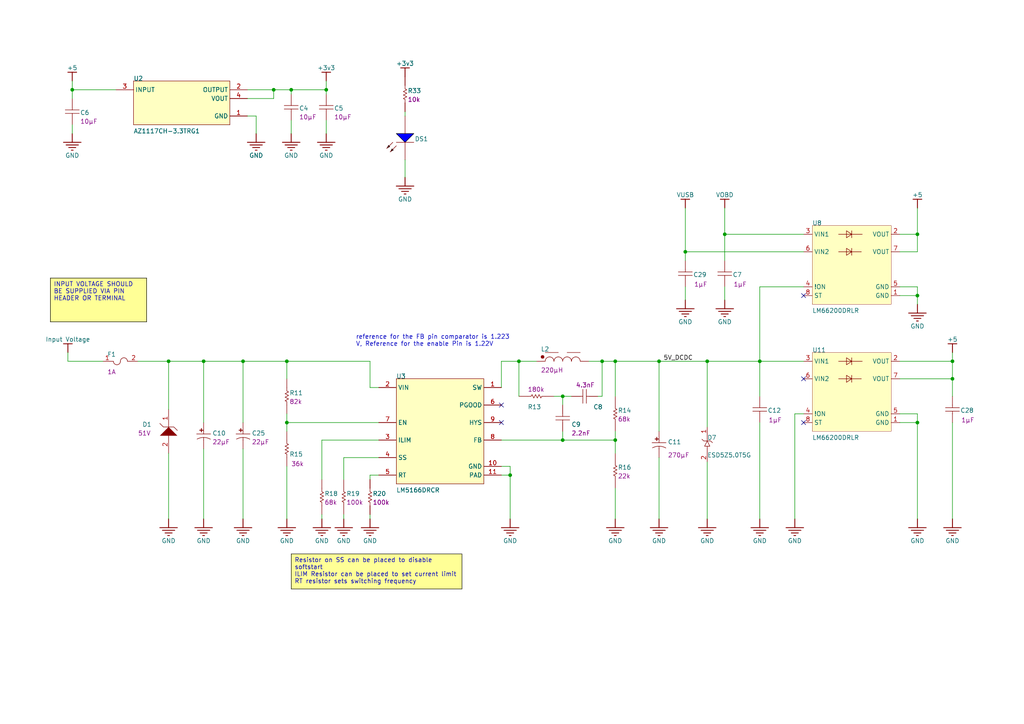
<source format=kicad_sch>
(kicad_sch (version 20250114) (generator "eeschema") (generator_version "9.0")
  (paper "User" 297.002 210.007)
  (title_block (title "ARDEP Power Management"))
  (text_box "Resistor on SS can be placed to disable softstart\nILIM Resistor can be placed to set current limit\nRT resistor sets switching frequency" (at 133.985 160.655 0) (size -49.53 10.16) (margins 0.9525 0.9525 0.9525 0.9525) (stroke (width 0) (color 0 0 0 1)) (fill (type color) (color 255 255 150 1)) (effects (font (size 1.27 1.27)) (justify left top)))
  (text_box "reference for the FB pin comparator is 1.223 V, Reference for the enable Pin is 1.22V" (at 150.495 95.885 0) (size -48.26 7.62) (margins 0.9525 0.9525 0.9525 0.9525) (stroke (width -0.0001) (color 0 0 0 1)) (fill (type color) (color 255 255 255 1)) (effects (font (size 1.27 1.27)) (justify left top)))
  (text_box "INPUT VOLTAGE SHOULD BE SUPPLIED VIA PIN HEADER OR TERMINAL" (at 42.545 80.645 0) (size -27.94 12.7) (margins 0.9525 0.9525 0.9525 0.9525) (stroke (width 0) (color 0 0 0 1)) (fill (type color) (color 255 255 150 1)) (effects (font (size 1.27 1.27)) (justify left top)))
  (junction (at 163.195 114.935))
  (junction (at 178.435 127.635))
  (junction (at 198.755 73.025))
  (junction (at 150.495 104.775))
  (junction (at 266.065 67.945))
  (junction (at 191.135 104.775))
  (junction (at 59.055 104.775))
  (junction (at 84.455 26.035))
  (junction (at 163.195 127.635))
  (junction (at 220.345 104.775))
  (junction (at 83.185 104.775))
  (junction (at 174.625 104.775))
  (junction (at 276.225 104.775))
  (junction (at 205.105 104.775))
  (junction (at 210.185 67.945))
  (junction (at 266.065 122.555))
  (junction (at 266.065 85.725))
  (junction (at 147.955 137.795))
  (junction (at 48.895 104.775))
  (junction (at 276.225 109.855))
  (junction (at 83.185 122.555))
  (junction (at 94.615 26.035))
  (junction (at 178.435 104.775))
  (junction (at 20.955 26.035))
  (junction (at 79.375 26.035))
  (junction (at 70.485 104.775))
  (no_connect (at 233.045 122.555))
  (no_connect (at 145.415 117.475))
  (no_connect (at 233.045 109.855))
  (no_connect (at 145.415 122.555))
  (no_connect (at 233.045 85.725))
  (wire (pts (xy 260.985 85.725) (xy 266.065 85.725)))
  (wire (pts (xy 19.685 102.235) (xy 19.685 104.775)))
  (wire (pts (xy 233.045 83.185) (xy 220.345 83.185)))
  (wire (pts (xy 276.225 109.855) (xy 276.225 104.775)))
  (wire (pts (xy 178.435 141.605) (xy 178.435 150.495)))
  (wire (pts (xy 83.185 120.015) (xy 83.185 122.555)))
  (wire (pts (xy 276.225 150.495) (xy 276.225 122.555)))
  (wire (pts (xy 19.685 104.775) (xy 29.845 104.775)))
  (wire (pts (xy 83.185 104.775) (xy 107.315 104.775)))
  (wire (pts (xy 163.195 127.635) (xy 145.415 127.635)))
  (wire (pts (xy 145.415 135.255) (xy 147.955 135.255)))
  (wire (pts (xy 260.985 83.185) (xy 266.065 83.185)))
  (wire (pts (xy 178.435 127.635) (xy 178.435 131.445)))
  (wire (pts (xy 94.615 27.305) (xy 94.615 26.035)))
  (wire (pts (xy 163.195 114.935) (xy 163.195 117.475)))
  (wire (pts (xy 260.985 120.015) (xy 266.065 120.015)))
  (wire (pts (xy 205.105 123.825) (xy 205.105 104.775)))
  (wire (pts (xy 79.375 26.035) (xy 84.455 26.035)))
  (wire (pts (xy 71.755 28.575) (xy 79.375 28.575)))
  (wire (pts (xy 276.225 109.855) (xy 276.225 114.935)))
  (wire (pts (xy 163.195 114.935) (xy 165.735 114.935)))
  (wire (pts (xy 266.065 60.325) (xy 266.065 67.945)))
  (wire (pts (xy 84.455 38.735) (xy 84.455 34.925)))
  (wire (pts (xy 210.185 75.565) (xy 210.185 67.945)))
  (wire (pts (xy 266.065 73.025) (xy 266.065 67.945)))
  (wire (pts (xy 20.955 26.035) (xy 20.955 28.575)))
  (wire (pts (xy 150.495 104.775) (xy 145.415 104.775)))
  (wire (pts (xy 83.185 122.555) (xy 109.855 122.555)))
  (wire (pts (xy 266.065 83.185) (xy 266.065 85.725)))
  (wire (pts (xy 107.315 137.795) (xy 107.315 139.065)))
  (wire (pts (xy 174.625 114.935) (xy 174.625 104.775)))
  (wire (pts (xy 83.185 122.555) (xy 83.185 125.095)))
  (wire (pts (xy 205.105 104.775) (xy 191.135 104.775)))
  (wire (pts (xy 150.495 114.935) (xy 150.495 104.775)))
  (wire (pts (xy 145.415 104.775) (xy 145.415 112.395)))
  (wire (pts (xy 210.185 67.945) (xy 233.045 67.945)))
  (wire (pts (xy 93.345 127.635) (xy 109.855 127.635)))
  (wire (pts (xy 147.955 137.795) (xy 147.955 150.495)))
  (wire (pts (xy 174.625 104.775) (xy 170.815 104.775)))
  (wire (pts (xy 71.755 26.035) (xy 79.375 26.035)))
  (wire (pts (xy 178.435 125.095) (xy 178.435 127.635)))
  (wire (pts (xy 191.135 104.775) (xy 191.135 125.095)))
  (wire (pts (xy 260.985 73.025) (xy 266.065 73.025)))
  (wire (pts (xy 84.455 26.035) (xy 94.615 26.035)))
  (wire (pts (xy 198.755 86.995) (xy 198.755 83.185)))
  (wire (pts (xy 276.225 104.775) (xy 276.225 102.235)))
  (wire (pts (xy 107.315 104.775) (xy 107.315 112.395)))
  (wire (pts (xy 20.955 26.035) (xy 33.655 26.035)))
  (wire (pts (xy 205.105 133.985) (xy 205.105 150.495)))
  (wire (pts (xy 220.345 122.555) (xy 220.345 150.495)))
  (wire (pts (xy 191.135 132.715) (xy 191.135 150.495)))
  (wire (pts (xy 74.295 38.735) (xy 74.295 33.655)))
  (wire (pts (xy 160.655 114.935) (xy 163.195 114.935)))
  (wire (pts (xy 266.065 122.555) (xy 266.065 150.495)))
  (wire (pts (xy 266.065 85.725) (xy 266.065 88.265)))
  (wire (pts (xy 191.135 104.775) (xy 178.435 104.775)))
  (wire (pts (xy 198.755 60.325) (xy 198.755 73.025)))
  (wire (pts (xy 147.955 137.795) (xy 145.415 137.795)))
  (wire (pts (xy 266.065 67.945) (xy 260.985 67.945)))
  (wire (pts (xy 94.615 34.925) (xy 94.615 38.735)))
  (wire (pts (xy 48.895 118.745) (xy 48.895 104.775)))
  (wire (pts (xy 178.435 127.635) (xy 163.195 127.635)))
  (wire (pts (xy 260.985 122.555) (xy 266.065 122.555)))
  (wire (pts (xy 59.055 104.775) (xy 59.055 122.555)))
  (wire (pts (xy 198.755 75.565) (xy 198.755 73.025)))
  (wire (pts (xy 155.575 104.775) (xy 150.495 104.775)))
  (wire (pts (xy 205.105 104.775) (xy 220.345 104.775)))
  (wire (pts (xy 48.895 150.495) (xy 48.895 131.445)))
  (wire (pts (xy 109.855 137.795) (xy 107.315 137.795)))
  (wire (pts (xy 70.485 122.555) (xy 70.485 104.775)))
  (wire (pts (xy 260.985 109.855) (xy 276.225 109.855)))
  (wire (pts (xy 210.185 86.995) (xy 210.185 83.185)))
  (wire (pts (xy 20.955 36.195) (xy 20.955 38.735)))
  (wire (pts (xy 70.485 104.775) (xy 83.185 104.775)))
  (wire (pts (xy 20.955 23.495) (xy 20.955 26.035)))
  (wire (pts (xy 178.435 104.775) (xy 174.625 104.775)))
  (wire (pts (xy 178.435 114.935) (xy 178.435 104.775)))
  (wire (pts (xy 74.295 33.655) (xy 71.755 33.655)))
  (wire (pts (xy 230.505 120.015) (xy 230.505 150.495)))
  (wire (pts (xy 99.695 150.495) (xy 99.695 149.225)))
  (wire (pts (xy 84.455 27.305) (xy 84.455 26.035)))
  (wire (pts (xy 198.755 73.025) (xy 233.045 73.025)))
  (wire (pts (xy 260.985 104.775) (xy 276.225 104.775)))
  (wire (pts (xy 266.065 120.015) (xy 266.065 122.555)))
  (wire (pts (xy 117.475 51.435) (xy 117.475 46.355)))
  (wire (pts (xy 117.475 32.385) (xy 117.475 33.655)))
  (wire (pts (xy 220.345 104.775) (xy 220.345 114.935)))
  (wire (pts (xy 233.045 120.015) (xy 230.505 120.015)))
  (wire (pts (xy 79.375 28.575) (xy 79.375 26.035)))
  (wire (pts (xy 83.185 135.255) (xy 83.185 150.495)))
  (wire (pts (xy 210.185 67.945) (xy 210.185 60.325)))
  (wire (pts (xy 48.895 104.775) (xy 59.055 104.775)))
  (wire (pts (xy 59.055 104.775) (xy 70.485 104.775)))
  (wire (pts (xy 59.055 130.175) (xy 59.055 150.495)))
  (wire (pts (xy 93.345 139.065) (xy 93.345 127.635)))
  (wire (pts (xy 99.695 132.715) (xy 99.695 139.065)))
  (wire (pts (xy 109.855 132.715) (xy 99.695 132.715)))
  (wire (pts (xy 40.005 104.775) (xy 48.895 104.775)))
  (wire (pts (xy 93.345 150.495) (xy 93.345 149.225)))
  (wire (pts (xy 147.955 135.255) (xy 147.955 137.795)))
  (wire (pts (xy 94.615 26.035) (xy 94.615 23.495)))
  (wire (pts (xy 220.345 104.775) (xy 233.045 104.775)))
  (wire (pts (xy 173.355 114.935) (xy 174.625 114.935)))
  (wire (pts (xy 107.315 112.395) (xy 109.855 112.395)))
  (wire (pts (xy 107.315 150.495) (xy 107.315 149.225)))
  (wire (pts (xy 220.345 83.185) (xy 220.345 104.775)))
  (wire (pts (xy 83.185 104.775) (xy 83.185 109.855)))
  (wire (pts (xy 163.195 125.095) (xy 163.195 127.635)))
  (wire (pts (xy 70.485 150.495) (xy 70.485 130.175)))
  (label "5V_DCDC" (at 192.405 104.775 0))
  (symbol (lib_id "ARDEP2_Mainboard:GND_POWER_GROUND") (at 276.225 150.495 0) (unit 1)
    (property "Reference" "#PWR086" (effects (hide yes)))
    (property "Value" "GND" (at 276.225 156.845 0))
  )
  (symbol (lib_id "ARDEP2_Mainboard:VOBD_BAR") (at 210.185 60.325 180) (unit 1)
    (property "Reference" "#PWR064" (effects (hide yes)))
    (property "Value" "VOBD" (at 210.185 56.515 0))
  )
  (symbol (lib_id "ARDEP2_Mainboard:+3v3_BAR") (at 94.615 23.495 180) (unit 1)
    (property "Reference" "#PWR052" (effects (hide yes)))
    (property "Value" "+3v3" (at 94.615 19.685 0))
  )
  (symbol (lib_name "U_Power_1_Resistor_Frickly Systems GmbH_3") (lib_id "ARDEP2_Mainboard:U_Power_1_Resistor_Frickly Systems GmbH_3") (at 107.315 146.685 0) (unit 1)
    (property "Reference" "R20" (at 108.077 143.891 0) (effects (justify left bottom)))
    (property "Value" "Resistor 100k +/-1% 0603 100 mW" (effects (hide yes)))
    (property "Footprint" "R_0603_JB" (effects (hide yes)))
    (property "Description" "Chip Resistor, 100 KOhm, +/- 1%, 0.1 W, -55 to 155 degC, 0603 (1608 Metric)" (effects (hide yes)))
    (property "ALTIUM_VALUE" "100k" (at 108.077 146.431 0) (effects (justify left bottom)))
    (property "POWER" "100mW" (effects (hide yes)))
    (property "TOLERANCE" "1%" (effects (hide yes)))
    (property "CASE/PACKAGE" "0603" (effects (hide yes)))
    (property "MOUNTING TECHNOLOGY" "SM" (effects (hide yes)))
    (property "VOLTAGE RATING" "50V" (effects (hide yes)))
    (property "PINS" "2" (effects (hide yes)))
    (property "ROHS COMPLIANT" "True" (effects (hide yes)))
    (property "MIN OPERATING TEMPERATURE" "-55°C" (effects (hide yes)))
    (property "MAX OPERATING TEMPERATURE" "155°C" (effects (hide yes)))
  )
  (symbol (lib_id "ARDEP2_Mainboard:+5_BAR") (at 276.225 102.235 180) (unit 1)
    (property "Reference" "#PWR085" (effects (hide yes)))
    (property "Value" "+5" (at 276.225 98.425 0))
  )
  (symbol (lib_id "ARDEP2_Mainboard:GND_POWER_GROUND") (at 84.455 38.735 0) (unit 1)
    (property "Reference" "#PWR050" (effects (hide yes)))
    (property "Value" "GND" (at 84.455 45.085 0))
  )
  (symbol (lib_id "ARDEP2_Mainboard:U_Power_0_Cap_JB_Frickly Systems GmbH") (at 165.735 114.935 0) (unit 1)
    (property "Reference" "C8" (at 172.085 118.745 0) (effects (justify left bottom)))
    (property "Value" "GRM1885C1H432JA01D" (effects (hide yes)))
    (property "Footprint" "Cap_0603_JB" (effects (hide yes)))
    (property "Description" "Cap 0603 4.3nF 10% 50V C0G, NP0" (effects (hide yes)))
    (property "MOUNTING TECHNOLOGY" "Surface Mount" (effects (hide yes)))
    (property "CASE/PACKAGE" "0603" (effects (hide yes)))
    (property "ROHS COMPLIANT" "Yes" (effects (hide yes)))
    (property "MIN OPERATING TEMPERATURE" "-55°C" (effects (hide yes)))
    (property "MAX OPERATING TEMPERATURE" "125°C" (effects (hide yes)))
    (property "VOLTAGE RATING" "50V" (effects (hide yes)))
    (property "TOLERANCE" "10%" (effects (hide yes)))
    (property "ALTIUM_VALUE" "4.3nF" (at 167.005 112.395 0) (effects (justify left bottom)))
  )
  (symbol (lib_id "ARDEP2_Mainboard:+5_BAR") (at 266.065 60.325 180) (unit 1)
    (property "Reference" "#PWR082" (effects (hide yes)))
    (property "Value" "+5" (at 266.065 56.515 0))
  )
  (symbol (lib_id "ARDEP2_Mainboard:GND_POWER_GROUND") (at 70.485 150.495 0) (unit 1)
    (property "Reference" "#PWR047" (effects (hide yes)))
    (property "Value" "GND" (at 70.485 156.845 0))
  )
  (symbol (lib_id "ARDEP2_Mainboard:U_Power_1_Capacitor_Frickly Systems GmbH") (at 163.195 125.095 0) (unit 1)
    (property "Reference" "C9" (at 165.735 123.825 0) (effects (justify left bottom)))
    (property "Value" "C-2.2nF-5%-100V-0603-C0G" (effects (hide yes)))
    (property "Footprint" "C_0603_JB" (effects (hide yes)))
    (property "Description" "Chip Capacitor, Multilayer, Ceramic, 100V, 5% +Tol, 5% -Tol, C0G, 30ppm/degC TC, 0.0022uF, Surface Mount, 0603" (effects (hide yes)))
    (property "CASE/PACKAGE" "0603" (effects (hide yes)))
    (property "MIN OPERATING TEMPERATURE" "-55°C" (effects (hide yes)))
    (property "MAX OPERATING TEMPERATURE" "125°C" (effects (hide yes)))
    (property "TOLERANCE" "5%" (effects (hide yes)))
    (property "RATED DC VOLTAGE (URDC)" "100V" (effects (hide yes)))
    (property "CAPACITANCE" "2.2nF" (at 165.735 126.365 0) (effects (justify left bottom)))
    (property "DIELECTRIC MATERIAL" "Ceramic" (effects (hide yes)))
    (property "TEMPERATURE CHARACTERISTICS CODE" "C0G" (effects (hide yes)))
    (property "MOUNT" "Surface Mount" (effects (hide yes)))
  )
  (symbol (lib_id "ARDEP2_Mainboard:GND_POWER_GROUND") (at 178.435 150.495 0) (unit 1)
    (property "Reference" "#PWR059" (effects (hide yes)))
    (property "Value" "GND" (at 178.435 156.845 0))
  )
  (symbol (lib_name "U_Power_1_RES-2_Frickly Systems GmbH_1") (lib_id "ARDEP2_Mainboard:U_Power_1_RES-2_Frickly Systems GmbH_1") (at 178.435 139.065 0) (unit 1)
    (property "Reference" "R16" (at 179.197 136.271 0) (effects (justify left bottom)))
    (property "Value" "Resistor 22k +/-1% 0603 100mW" (effects (hide yes)))
    (property "Footprint" "R_0603_JB" (effects (hide yes)))
    (property "Description" "Chip Resistor, 22 KOhm, +/-1%, 0.1 W, -55 to 155 degC, 0603 (1608 Metric)" (effects (hide yes)))
    (property "MIN OPERATING TEMPERATURE" "-55°C" (effects (hide yes)))
    (property "PINS" "2" (effects (hide yes)))
    (property "CASE/PACKAGE" "0603" (effects (hide yes)))
    (property "VOLTAGE RATING" "75V" (effects (hide yes)))
    (property "POWER" "100mW" (effects (hide yes)))
    (property "MOUNTING TECHNOLOGY" "SMD" (effects (hide yes)))
    (property "ALTIUM_VALUE" "22k" (at 179.197 138.811 0) (effects (justify left bottom)))
    (property "MAX OPERATING TEMPERATURE" "155°C" (effects (hide yes)))
    (property "ROHS COMPLIANT" "Yes" (effects (hide yes)))
    (property "TOLERANCE" "1%" (effects (hide yes)))
  )
  (symbol (lib_id "ARDEP2_Mainboard:U_Power_0_Inductor - 2_Frickly Systems GmbH") (at 155.575 104.775 0) (unit 1)
    (property "Reference" "L2" (at 156.845 101.981 0) (effects (justify left bottom)))
    (property "Value" "74404064221" (effects (hide yes)))
    (property "Footprint" "WE-LQS_6045" (effects (hide yes)))
    (property "Description" "General Purpose Inductor, 220uH, 20%, 1 Element, SMD, 2424" (effects (hide yes)))
    (property "SATURATION CURRENT" "750mA" (effects (hide yes)))
    (property "MAX OPERATING TEMPERATURE" "125°C" (effects (hide yes)))
    (property "SELF RESONANT FREQUENCY" "3.97MHz" (effects (hide yes)))
    (property "PINS" "2" (effects (hide yes)))
    (property "MIN OPERATING TEMPERATURE" "-40°C" (effects (hide yes)))
    (property "ROHS COMPLIANT" "Yes" (effects (hide yes)))
    (property "ALTIUM_VALUE" "220µH" (at 156.845 108.077 0) (effects (justify left bottom)))
    (property "CURRENT" "660mA" (effects (hide yes)))
    (property "MOUNTING TECHNOLOGY" "SMD" (effects (hide yes)))
    (property "TOLERANCE" "20%" (effects (hide yes)))
  )
  (symbol (lib_id "ARDEP2_Mainboard:GND_POWER_GROUND") (at 94.615 38.735 0) (unit 1)
    (property "Reference" "#PWR053" (effects (hide yes)))
    (property "Value" "GND" (at 94.615 45.085 0))
  )
  (symbol (lib_id "ARDEP2_Mainboard:GND_POWER_GROUND") (at 83.185 150.495 0) (unit 1)
    (property "Reference" "#PWR049" (effects (hide yes)))
    (property "Value" "GND" (at 83.185 156.845 0))
  )
  (symbol (lib_id "ARDEP2_Mainboard:U_Power_1_Res_JB_Frickly Systems GmbH") (at 83.185 132.715 0) (unit 1)
    (property "Reference" "R15" (at 83.947 132.461 0) (effects (justify left bottom)))
    (property "Value" "RMCF0603FT36K0" (effects (hide yes)))
    (property "Footprint" "Res_0603_JB" (effects (hide yes)))
    (property "Description" "Res 36K Ohm 1% 1/10W 0603" (effects (hide yes)))
    (property "MOUNTING TECHNOLOGY" "SMD" (effects (hide yes)))
    (property "CASE/PACKAGE" "0603" (effects (hide yes)))
    (property "TOLERANCE" "1%" (effects (hide yes)))
    (property "POWER" "100mW" (effects (hide yes)))
    (property "ALTIUM_VALUE" "36k" (at 84.455 135.255 0) (effects (justify left bottom)))
  )
  (symbol (lib_id "ARDEP2_Mainboard:GND_POWER_GROUND") (at 74.295 38.735 0) (unit 1)
    (property "Reference" "#PWR048" (effects (hide yes)))
    (property "Value" "GND" (at 74.295 45.085 0))
  )
  (symbol (lib_name "U_Power_3_Capacitor_Polarized_Frickly Systems GmbH_2") (lib_id "ARDEP2_Mainboard:U_Power_3_Capacitor_Polarized_Frickly Systems GmbH_2") (at 59.055 122.555 0) (unit 1)
    (property "Reference" "C10" (at 61.595 126.365 0) (effects (justify left bottom)))
    (property "Value" "C-22uF-63V-6.3mm-ALELKO" (effects (hide yes)))
    (property "Footprint" "WCAP-ASLL_D6.3H7.7" (effects (hide yes)))
    (property "Description" "WCAP-ASLL Aluminum Electrolytic Capacitors" (effects (hide yes)))
    (property "PINS" "2" (effects (hide yes)))
    (property "CAPACITOR TYPE" "Aluminum Electrolytic" (effects (hide yes)))
    (property "MOUNTING TECHNOLOGY" "SMD" (effects (hide yes)))
    (property "MIN OPERATING TEMPERATURE" "-55°C" (effects (hide yes)))
    (property "CASE/PACKAGE" "6,3mm" (effects (hide yes)))
    (property "VOLTAGE RATING" "63V" (effects (hide yes)))
    (property "ALTIUM_VALUE" "22µF" (at 61.595 128.905 0) (effects (justify left bottom)))
    (property "ROHS COMPLIANT" "YES" (effects (hide yes)))
    (property "TOLERANCE" "20%" (effects (hide yes)))
    (property "MAX OPERATING TEMPERATURE" "105°C" (effects (hide yes)))
  )
  (symbol (lib_id "ARDEP2_Mainboard:GND_POWER_GROUND") (at 48.895 150.495 0) (unit 1)
    (property "Reference" "#PWR045" (effects (hide yes)))
    (property "Value" "GND" (at 48.895 156.845 0))
  )
  (symbol (lib_id "ARDEP2_Mainboard:GND_POWER_GROUND") (at 191.135 150.495 0) (unit 1)
    (property "Reference" "#PWR060" (effects (hide yes)))
    (property "Value" "GND" (at 191.135 156.845 0))
  )
  (symbol (lib_name "U_Power_1_Capacitor_Frickly Systems GmbH_3") (lib_id "ARDEP2_Mainboard:U_Power_1_Capacitor_Frickly Systems GmbH_3") (at 220.345 122.555 0) (unit 1)
    (property "Reference" "C12" (at 222.631 119.761 0) (effects (justify left bottom)))
    (property "Value" "C-1uF-10%-50V-0603-X5R" (effects (hide yes)))
    (property "Footprint" "C_0603_JB" (effects (hide yes)))
    (property "Description" "Ceramic Capacitor, Multilayer, Ceramic, 50V, 10% +Tol, 10% -Tol, X5R, 15% TC, 1uF, Surface Mount, 0603" (effects (hide yes)))
    (property "CASE/PACKAGE" "0603" (effects (hide yes)))
    (property "MAX OPERATING TEMPERATURE" "85°C" (effects (hide yes)))
    (property "TOLERANCE" "10%" (effects (hide yes)))
    (property "MIN OPERATING TEMPERATURE" "-55°C" (effects (hide yes)))
    (property "TO BE CHECKED" "Yes, Part choices" (effects (hide yes)))
    (property "MOUNT" "Surface Mount" (effects (hide yes)))
    (property "CAPACITANCE" "1µF" (at 222.885 122.555 0) (effects (justify left bottom)))
    (property "TEMPERATURE CHARACTERISTICS CODE" "X5R" (effects (hide yes)))
    (property "RATED DC VOLTAGE (URDC)" "50V" (effects (hide yes)))
    (property "DIELECTRIC MATERIAL" "Ceramic" (effects (hide yes)))
  )
  (symbol (lib_id "ARDEP2_Mainboard:GND_POWER_GROUND") (at 107.315 150.495 0) (unit 1)
    (property "Reference" "#PWR055" (effects (hide yes)))
    (property "Value" "GND" (at 107.315 156.845 0))
  )
  (symbol (lib_id "ARDEP2_Mainboard:GND_POWER_GROUND") (at 99.695 150.495 0) (unit 1)
    (property "Reference" "#PWR054" (effects (hide yes)))
    (property "Value" "GND" (at 99.695 156.845 0))
  )
  (symbol (lib_id "ARDEP2_Mainboard:GND_POWER_GROUND") (at 230.505 150.495 0) (unit 1)
    (property "Reference" "#PWR081" (effects (hide yes)))
    (property "Value" "GND" (at 230.505 156.845 0))
  )
  (symbol (lib_name "U_Power_1_Capacitor_Frickly Systems GmbH_4") (lib_id "ARDEP2_Mainboard:U_Power_1_Capacitor_Frickly Systems GmbH_4") (at 276.225 122.555 0) (unit 1)
    (property "Reference" "C28" (at 278.511 119.761 0) (effects (justify left bottom)))
    (property "Value" "C-1uF-10%-50V-0603-X5R" (effects (hide yes)))
    (property "Footprint" "C_0603_JB" (effects (hide yes)))
    (property "Description" "Ceramic Capacitor, Multilayer, Ceramic, 50V, 10% +Tol, 10% -Tol, X5R, 15% TC, 1uF, Surface Mount, 0603" (effects (hide yes)))
    (property "CASE/PACKAGE" "0603" (effects (hide yes)))
    (property "MAX OPERATING TEMPERATURE" "85°C" (effects (hide yes)))
    (property "TOLERANCE" "10%" (effects (hide yes)))
    (property "MIN OPERATING TEMPERATURE" "-55°C" (effects (hide yes)))
    (property "TO BE CHECKED" "Yes, Part choices" (effects (hide yes)))
    (property "MOUNT" "Surface Mount" (effects (hide yes)))
    (property "CAPACITANCE" "1µF" (at 278.765 122.555 0) (effects (justify left bottom)))
    (property "TEMPERATURE CHARACTERISTICS CODE" "X5R" (effects (hide yes)))
    (property "RATED DC VOLTAGE (URDC)" "50V" (effects (hide yes)))
    (property "DIELECTRIC MATERIAL" "Ceramic" (effects (hide yes)))
  )
  (symbol (lib_id "ARDEP2_Mainboard:GND_POWER_GROUND") (at 93.345 150.495 0) (unit 1)
    (property "Reference" "#PWR051" (effects (hide yes)))
    (property "Value" "GND" (at 93.345 156.845 0))
  )
  (symbol (lib_id "ARDEP2_Mainboard:U_Power_0_LM66200_Frickly Systems GmbH") (at 233.045 73.025 0) (unit 1)
    (property "Reference" "U8" (at 235.585 65.405 0) (effects (justify left bottom)))
    (property "Value" "LM66200DRLR" (at 235.585 90.805 0) (effects (justify left bottom)))
    (property "Footprint" "SOT-583" (effects (hide yes)))
    (property "Description" "1.6-V to 5.5-V, 40-mΩ, 2.5-A, low-IQ, dual ideal diode 8-SOT-5X3 -40 to 125" (effects (hide yes)))
    (property "PIN COUNT" "8" (effects (hide yes)))
    (property "OPERATING TEMPERATURE MIN" "-40" (effects (hide yes)))
    (property "MOUNT" "SMD" (effects (hide yes)))
    (property "OPERATING TEMPERATURE MAX" "125" (effects (hide yes)))
    (property "PACKAGING" "SOT-583" (effects (hide yes)))
    (property "WIDTH" "1.2mm" (effects (hide yes)))
    (property "THICKNESS" "550µm" (effects (hide yes)))
    (property "MANUFACTURER" "TI" (effects (hide yes)))
    (property "CATEGORY" "Ideal Diode" (effects (hide yes)))
  )
  (symbol (lib_id "ARDEP2_Mainboard:U_Power_3_Res_JB_Frickly Systems GmbH") (at 83.185 112.395 0) (unit 1)
    (property "Reference" "R11" (at 83.947 114.681 0) (effects (justify left bottom)))
    (property "Value" "RC0603FR-1082KL" (effects (hide yes)))
    (property "Footprint" "Res_0603_JB" (effects (hide yes)))
    (property "Description" "Res 82K Ohm 1% 1/10W 0603" (effects (hide yes)))
    (property "MOUNTING TECHNOLOGY" "Surface Mount" (effects (hide yes)))
    (property "MAX OPERATING TEMPERATURE" "155°C" (effects (hide yes)))
    (property "CASE/PACKAGE" "0603" (effects (hide yes)))
    (property "POWER" "100mW" (effects (hide yes)))
    (property "MIN OPERATING TEMPERATURE" "-55°C" (effects (hide yes)))
    (property "ROHS COMPLIANT" "Yes" (effects (hide yes)))
    (property "ALTIUM_VALUE" "82k" (at 83.947 117.221 0) (effects (justify left bottom)))
    (property "TOLERANCE" "1%" (effects (hide yes)))
  )
  (symbol (lib_name "U_Power_1_Resistor_Frickly Systems GmbH_2") (lib_id "ARDEP2_Mainboard:U_Power_1_Resistor_Frickly Systems GmbH_2") (at 93.345 146.685 0) (unit 1)
    (property "Reference" "R18" (at 94.107 143.891 0) (effects (justify left bottom)))
    (property "Value" "RC1608F683CS" (effects (hide yes)))
    (property "Footprint" "R_0603_JB" (effects (hide yes)))
    (property "Description" "Fixed Resistor, Metal Glaze/thick Film, 0.1W, 68000ohm, 50V, 1% +/-Tol, 100ppm/Cel, Surface Mount, 0603" (effects (hide yes)))
    (property "CASE/PACKAGE" "0603" (effects (hide yes)))
    (property "MOUNTING TECHNOLOGY" "SMD" (effects (hide yes)))
    (property "PINS" "2" (effects (hide yes)))
    (property "ROHS COMPLIANT" "Yes" (effects (hide yes)))
    (property "ALTIUM_VALUE" "68k" (at 94.107 146.431 0) (effects (justify left bottom)))
    (property "TOLERANCE" "1%" (effects (hide yes)))
    (property "MAX OPERATING TEMPERATURE" "155°C" (effects (hide yes)))
    (property "MIN OPERATING TEMPERATURE" "-55°C" (effects (hide yes)))
    (property "POWER" "100mW" (effects (hide yes)))
    (property "VOLTAGE RATING" "50V" (effects (hide yes)))
  )
  (symbol (lib_name "U_Power_1_Capacitor_Frickly Systems GmbH_2") (lib_id "ARDEP2_Mainboard:U_Power_1_Capacitor_Frickly Systems GmbH_2") (at 210.185 83.185 0) (unit 1)
    (property "Reference" "C7" (at 212.471 80.391 0) (effects (justify left bottom)))
    (property "Value" "C-1uF-10%-50V-0603-X5R" (effects (hide yes)))
    (property "Footprint" "C_0603_JB" (effects (hide yes)))
    (property "Description" "Ceramic Capacitor, Multilayer, Ceramic, 50V, 10% +Tol, 10% -Tol, X5R, 15% TC, 1uF, Surface Mount, 0603" (effects (hide yes)))
    (property "CASE/PACKAGE" "0603" (effects (hide yes)))
    (property "MAX OPERATING TEMPERATURE" "85°C" (effects (hide yes)))
    (property "TOLERANCE" "10%" (effects (hide yes)))
    (property "MIN OPERATING TEMPERATURE" "-55°C" (effects (hide yes)))
    (property "TO BE CHECKED" "Yes, Part choices" (effects (hide yes)))
    (property "MOUNT" "Surface Mount" (effects (hide yes)))
    (property "CAPACITANCE" "1µF" (at 212.725 83.185 0) (effects (justify left bottom)))
    (property "TEMPERATURE CHARACTERISTICS CODE" "X5R" (effects (hide yes)))
    (property "RATED DC VOLTAGE (URDC)" "50V" (effects (hide yes)))
    (property "DIELECTRIC MATERIAL" "Ceramic" (effects (hide yes)))
  )
  (symbol (lib_id "ARDEP2_Mainboard:GND_POWER_GROUND") (at 20.955 38.735 0) (unit 1)
    (property "Reference" "#PWR044" (effects (hide yes)))
    (property "Value" "GND" (at 20.955 45.085 0))
  )
  (symbol (lib_id "ARDEP2_Mainboard:U_Power_3_UNI TVS_Frickly Systems GmbH") (at 205.105 128.905 0) (unit 1)
    (property "Reference" "D7" (at 205.105 127.635 0) (effects (justify left bottom)))
    (property "Value" "ESD5Z5.0T5G" (at 205.105 132.715 0) (effects (justify left bottom)))
    (property "Footprint" "SOD-523_JB" (effects (hide yes)))
    (property "Description" "Trans Voltage Suppressor Diode, 174W, 5V V(RWM), Unidirectional, 1 Element, Silicon" (effects (hide yes)))
    (property "MOISTURE SENSITIVITY LEVEL" "1" (effects (hide yes)))
    (property "TERMINAL FORM" "Flat" (effects (hide yes)))
    (property "TERMINAL FINISH" "Tin" (effects (hide yes)))
    (property "NUMBER OF ELEMENTS" "1" (effects (hide yes)))
    (property "MAX OPERATING TEMPERATURE" "150°C" (effects (hide yes)))
    (property "PACKAGE STYLE" "SMALL OUTLINEMeter" (effects (hide yes)))
    (property "JESD-609 CODE" "e3" (effects (hide yes)))
    (property "ADDITIONAL FEATURE" "EXCELLENT CLAMPING CAPABILITY" (effects (hide yes)))
    (property "DIODE ELEMENT MATERIAL" "SILICON" (effects (hide yes)))
    (property "POLARITY" "Unidirectional" (effects (hide yes)))
    (property "DIODE TYPE" "TRANS VOLTAGE SUPPRESSOR" (effects (hide yes)))
    (property "PACKAGE BODY MATERIAL" "Plastic" (effects (hide yes)))
    (property "MAX POWER DISSIPATION" "500mW" (effects (hide yes)))
    (property "REACH SVHC COMPLIANT" "Yes" (effects (hide yes)))
    (property "MIN BREAKDOWN VOLTAGE" "6.2V" (effects (hide yes)))
    (property "TECHNOLOGY" "AVALANCHE" (effects (hide yes)))
    (property "TERMINAL POSITION" "DUAL" (effects (hide yes)))
    (property "NON-REP PEAK REV POWER DIS-MAX" "174W" (effects (hide yes)))
    (property "MIN OPERATING TEMPERATURE" "-55°C" (effects (hide yes)))
    (property "REFERENCE STANDARD" "AEC-Q101" (effects (hide yes)))
    (property "MOUNTING TECHNOLOGY" "SMD" (effects (hide yes)))
    (property "JESD-30 CODE" "R-PDSO-F2" (effects (hide yes)))
    (property "REP PK REVERSE VOLTAGE-MAX" "5V" (effects (hide yes)))
    (property "PINS" "2" (effects (hide yes)))
    (property "ROHS COMPLIANT" "Yes" (effects (hide yes)))
    (property "CASE/PACKAGE" "SOD-523-2" (effects (hide yes)))
    (property "SURFACE MOUNT" "Yes" (effects (hide yes)))
    (property "PACKAGE SHAPE" "Rectangular" (effects (hide yes)))
  )
  (symbol (lib_id "ARDEP2_Mainboard:U_Power_0_LM66200_Frickly Systems GmbH") (at 233.045 109.855 0) (unit 1)
    (property "Reference" "U11" (at 235.585 102.235 0) (effects (justify left bottom)))
    (property "Value" "LM66200DRLR" (at 235.585 127.635 0) (effects (justify left bottom)))
    (property "Footprint" "SOT-583" (effects (hide yes)))
    (property "Description" "1.6-V to 5.5-V, 40-mΩ, 2.5-A, low-IQ, dual ideal diode 8-SOT-5X3 -40 to 125" (effects (hide yes)))
    (property "PIN COUNT" "8" (effects (hide yes)))
    (property "OPERATING TEMPERATURE MIN" "-40" (effects (hide yes)))
    (property "MOUNT" "SMD" (effects (hide yes)))
    (property "OPERATING TEMPERATURE MAX" "125" (effects (hide yes)))
    (property "PACKAGING" "SOT-583" (effects (hide yes)))
    (property "WIDTH" "1.2mm" (effects (hide yes)))
    (property "THICKNESS" "550µm" (effects (hide yes)))
    (property "MANUFACTURER" "TI" (effects (hide yes)))
    (property "CATEGORY" "Ideal Diode" (effects (hide yes)))
  )
  (symbol (lib_id "ARDEP2_Mainboard:U_Power_1_LED-BLUE-AK-2_Frickly Systems GmbH") (at 117.475 41.275 0) (unit 1)
    (property "Reference" "DS1" (at 120.269 41.021 0) (effects (justify left bottom)))
    (property "Value" "LB Q39G-L2OO-35-1" (effects (hide yes)))
    (property "Footprint" "LED_0603_JB" (effects (hide yes)))
    (property "Description" "LED Uni-Color Blue 472nm 2-Pin Chip 0603(1608Metric) T/R" (effects (hide yes)))
    (property "FORWARD VOLTAGE" "2.85V" (effects (hide yes)))
    (property "MOUNTING TECHNOLOGY" "SMD" (effects (hide yes)))
    (property "ROHS COMPLIANT" "True" (effects (hide yes)))
    (property "CASE/PACKAGE" "0603" (effects (hide yes)))
    (property "MAX OPERATING TEMPERATURE" "85°C" (effects (hide yes)))
    (property "MIN OPERATING TEMPERATURE" "-30°C" (effects (hide yes)))
    (property "COLOUR" "Blue" (effects (hide yes)))
    (property "PINS" "2" (effects (hide yes)))
    (property "CONT FWD CURRENT" "15mA" (effects (hide yes)))
  )
  (symbol (lib_id "ARDEP2_Mainboard:U_Power_0_LM5166DRCR_Frickly Systems GmbH") (at 109.855 112.395 0) (unit 1)
    (property "Reference" "U3" (at 114.935 109.855 0) (effects (justify left bottom)))
    (property "Value" "LM5166DRCR" (at 114.935 142.875 0) (effects (justify left bottom)))
    (property "Footprint" "LM5166DRCR" (effects (hide yes)))
    (property "Description" "Switching Regulator, 0.5A, 600kHz Switching Freq-Max, PDSO10" (effects (hide yes)))
    (property "TERMINAL POSITION" "DUAL" (effects (hide yes)))
    (property "MIN OPERATING TEMPERATURE" "-40°C" (effects (hide yes)))
    (property "MAX OPERATING TEMPERATURE" "150°C" (effects (hide yes)))
    (property "HEIGHT - SEATED (MAX)" "1mm" (effects (hide yes)))
    (property "MOISTURE SENSITIVITY LEVEL" "2" (effects (hide yes)))
    (property "SWITCHER CONFIGURATION" "BUCK" (effects (hide yes)))
    (property "MAX OUTPUT CURRENT" "500mA" (effects (hide yes)))
    (property "TERMINAL FINISH" "Nickel" (effects (hide yes)))
    (property "CHANNELS" "1" (effects (hide yes)))
    (property "PACKAGE SHAPE" "Square" (effects (hide yes)))
    (property "PINS" "10" (effects (hide yes)))
    (property "TERMINAL PITCH" "0.5mm" (effects (hide yes)))
    (property "TERMINAL FORM" "No Lead" (effects (hide yes)))
    (property "MOUNTING TECHNOLOGY" "SMD" (effects (hide yes)))
    (property "MAX SUPPLY VOLTAGE" "65V" (effects (hide yes)))
    (property "MIN SUPPLY VOLTAGE" "3V" (effects (hide yes)))
    (property "PACKAGE BODY MATERIAL" "Plastic" (effects (hide yes)))
    (property "FREQUENCY" "600kHz" (effects (hide yes)))
    (property "CONTROL TECHNIQUE" "PULSE FREQUENCY MODULATION" (effects (hide yes)))
    (property "PEAK REFLOW TEMPERATURE (CEL)" "260°C" (effects (hide yes)))
    (property "ROHS COMPLIANT" "Yes" (effects (hide yes)))
    (property "NOMINAL SUPPLY VOLTAGE" "12V" (effects (hide yes)))
    (property "THROW CONFIGURATION" "SWITCHING REGULATOR" (effects (hide yes)))
    (property "CASE/PACKAGE" "HVSON" (effects (hide yes)))
    (property "PACKAGE STYLE" "SMALL OUTLINE, HEAT SINK/SLUG, VERY THIN PROFILEMeter" (effects (hide yes)))
    (property "TEMPERATURE GRADE" "AUTOMOTIVE" (effects (hide yes)))
  )
  (symbol (lib_name "U_Power_1_Capacitor_Frickly Systems GmbH_1") (lib_id "ARDEP2_Mainboard:U_Power_1_Capacitor_Frickly Systems GmbH_1") (at 198.755 83.185 0) (unit 1)
    (property "Reference" "C29" (at 201.041 80.391 0) (effects (justify left bottom)))
    (property "Value" "C-1uF-10%-50V-0603-X5R" (effects (hide yes)))
    (property "Footprint" "C_0603_JB" (effects (hide yes)))
    (property "Description" "Ceramic Capacitor, Multilayer, Ceramic, 50V, 10% +Tol, 10% -Tol, X5R, 15% TC, 1uF, Surface Mount, 0603" (effects (hide yes)))
    (property "CASE/PACKAGE" "0603" (effects (hide yes)))
    (property "MAX OPERATING TEMPERATURE" "85°C" (effects (hide yes)))
    (property "TOLERANCE" "10%" (effects (hide yes)))
    (property "MIN OPERATING TEMPERATURE" "-55°C" (effects (hide yes)))
    (property "TO BE CHECKED" "Yes, Part choices" (effects (hide yes)))
    (property "MOUNT" "Surface Mount" (effects (hide yes)))
    (property "CAPACITANCE" "1µF" (at 201.295 83.185 0) (effects (justify left bottom)))
    (property "TEMPERATURE CHARACTERISTICS CODE" "X5R" (effects (hide yes)))
    (property "RATED DC VOLTAGE (URDC)" "50V" (effects (hide yes)))
    (property "DIELECTRIC MATERIAL" "Ceramic" (effects (hide yes)))
  )
  (symbol (lib_id "ARDEP2_Mainboard:U_Power_1_CAP-NP-2_Frickly Systems GmbH") (at 84.455 34.925 0) (unit 1)
    (property "Reference" "C4" (at 86.741 32.131 0) (effects (justify left bottom)))
    (property "Value" "Capacitor 10uF +/- 10% 50 V 0805" (effects (hide yes)))
    (property "Footprint" "C_0805" (effects (hide yes)))
    (property "Description" "Ceramic Capacitor, Multilayer, Ceramic, 50V, 10% +Tol, 10% -Tol, X5R, 15% TC, 10uF, Surface Mount, 0805" (effects (hide yes)))
    (property "MIN OPERATING TEMPERATURE" "-55°C" (effects (hide yes)))
    (property "CASE/PACKAGE" "0805" (effects (hide yes)))
    (property "MAX OPERATING TEMPERATURE" "85°C" (effects (hide yes)))
    (property "CAPACITOR TYPE" "Ceramic" (effects (hide yes)))
    (property "TOLERANCE" "10%" (effects (hide yes)))
    (property "ALTIUM_VALUE" "10µF" (at 86.741 34.671 0) (effects (justify left bottom)))
    (property "PINS" "2" (effects (hide yes)))
    (property "MOUNTING TECHNOLOGY" "SMD" (effects (hide yes)))
    (property "VOLTAGE RATING" "50V" (effects (hide yes)))
  )
  (symbol (lib_id "ARDEP2_Mainboard:GND_POWER_GROUND") (at 198.755 86.995 0) (unit 1)
    (property "Reference" "#PWR062" (effects (hide yes)))
    (property "Value" "GND" (at 198.755 93.345 0))
  )
  (symbol (lib_id "ARDEP2_Mainboard:U_Power_1_CAP-NP-2_Frickly Systems GmbH") (at 94.615 34.925 0) (unit 1)
    (property "Reference" "C5" (at 96.901 32.131 0) (effects (justify left bottom)))
    (property "Value" "Capacitor 10uF +/- 10% 50 V 0805" (effects (hide yes)))
    (property "Footprint" "C_0805" (effects (hide yes)))
    (property "Description" "Ceramic Capacitor, Multilayer, Ceramic, 50V, 10% +Tol, 10% -Tol, X5R, 15% TC, 10uF, Surface Mount, 0805" (effects (hide yes)))
    (property "MIN OPERATING TEMPERATURE" "-55°C" (effects (hide yes)))
    (property "CASE/PACKAGE" "0805" (effects (hide yes)))
    (property "MAX OPERATING TEMPERATURE" "85°C" (effects (hide yes)))
    (property "CAPACITOR TYPE" "Ceramic" (effects (hide yes)))
    (property "TOLERANCE" "10%" (effects (hide yes)))
    (property "ALTIUM_VALUE" "10µF" (at 96.901 34.671 0) (effects (justify left bottom)))
    (property "PINS" "2" (effects (hide yes)))
    (property "MOUNTING TECHNOLOGY" "SMD" (effects (hide yes)))
    (property "VOLTAGE RATING" "50V" (effects (hide yes)))
  )
  (symbol (lib_id "ARDEP2_Mainboard:Input Voltage_BAR") (at 19.685 102.235 180) (unit 1)
    (property "Reference" "#PWR042" (effects (hide yes)))
    (property "Value" "Input Voltage" (at 19.685 98.425 0))
  )
  (symbol (lib_id "ARDEP2_Mainboard:GND_POWER_GROUND") (at 220.345 150.495 0) (unit 1)
    (property "Reference" "#PWR080" (effects (hide yes)))
    (property "Value" "GND" (at 220.345 156.845 0))
  )
  (symbol (lib_id "ARDEP2_Mainboard:GND_POWER_GROUND") (at 210.185 86.995 0) (unit 1)
    (property "Reference" "#PWR065" (effects (hide yes)))
    (property "Value" "GND" (at 210.185 93.345 0))
  )
  (symbol (lib_id "ARDEP2_Mainboard:U_Power_1_Symbol_Frickly Systems GmbH") (at 48.895 131.445 0) (unit 1)
    (property "Reference" "D1" (at 41.275 123.825 0) (effects (justify left bottom)))
    (property "Value" "824500511" (effects (hide yes)))
    (property "Footprint" "WE-TVSP_DO-214AC_Unidirectional" (effects (hide yes)))
    (property "Description" "WE-TVSP SMT Power TVS Diode, DO-214AC, 400W, 51VDC, Unidirectional" (effects (hide yes)))
    (property "PACKAGING" "Tape and Reel" (effects (hide yes)))
    (property "(REVERSE) BREAKDOWN VOLTAGE" "59.7V" (effects (hide yes)))
    (property "MANUFACTURER PART NUMBER" "824500511" (effects (hide yes)))
    (property "COMPONENTLINK2DESCRIPTION" "Datasheet" (effects (hide yes)))
    (property "MOUNTING TECHNOLOGY" "SMT" (effects (hide yes)))
    (property "COMPONENTLINK2URL" "https://www.we-online.com/catalog/datasheet/824500511.pdf" (effects (hide yes)))
    (property "SOURCE" "WE-TVSP_DO-214AC_Unidirectional.SchLib" (effects (hide yes)))
    (property "PUBLISHED DATE" "July 2020" (effects (hide yes)))
    (property "DC OPERATING VOLTAGE" "51V" (at 40.005 126.365 0) (effects (justify left bottom)))
    (property "COMPONENTLINK1URL" "http://www.we-online.de" (effects (hide yes)))
    (property "POWER DISSIPATION" "400W" (effects (hide yes)))
    (property "COMPONENTLINK1DESCRIPTION" "Manufacturer" (effects (hide yes)))
    (property "(REVERSE) PEAK PULSE CURRENT" "4.9A" (effects (hide yes)))
    (property "POLARITY" "Unidirectional" (effects (hide yes)))
    (property "DESIGN ITEM ID" "824500511" (effects (hide yes)))
    (property "MANUFACTURER" "Wurth Elektronik" (effects (hide yes)))
    (property "OPERATING TEMPERATURE" "-65 to +150degC" (effects (hide yes)))
    (property "SIZE" "DO-214AC" (effects (hide yes)))
    (property "CLAMPING VOLTAGE" "82.4V" (effects (hide yes)))
  )
  (symbol (lib_id "ARDEP2_Mainboard:U_Power_0_bae10108a039f7d2bfd31a2f0f6c252_Frickly Systems GmbH") (at 33.655 26.035 0) (unit 1)
    (property "Reference" "U2" (at 38.735 23.495 0) (effects (justify left bottom)))
    (property "Value" "AZ1117CH-3.3TRG1" (at 38.735 38.735 0) (effects (justify left bottom)))
    (property "Footprint" "SOT-223-4" (effects (hide yes)))
    (property "Description" "Fixed Positive LDO Regulator, 3.3V, 1.3V Dropout, BIPolar, PDSO3" (effects (hide yes)))
    (property "NUMBER OF OUTPUTS" "1" (effects (hide yes)))
    (property "CASE/PACKAGE" "SOP" (effects (hide yes)))
    (property "TECHNOLOGY" "BIPOLAR" (effects (hide yes)))
    (property "MAX SUPPLY VOLTAGE" "15V" (effects (hide yes)))
    (property "REGULATOR TYPE" "FIXED POSITIVE SINGLE OUTPUT LDO REGULATOR" (effects (hide yes)))
    (property "MOISTURE SENSITIVITY LEVEL" "1" (effects (hide yes)))
    (property "DROPOUT VOLTAGE1-NOM" "1.2V" (effects (hide yes)))
    (property "OUTPUT VOLTAGE1-MAX" "3.365V" (effects (hide yes)))
    (property "PINS" "3" (effects (hide yes)))
    (property "OPERATING TEMPERATURE, TJ-MAX" "125°C" (effects (hide yes)))
    (property "PACKAGE SHAPE" "Rectangular" (effects (hide yes)))
    (property "VOLTAGE TOLERANCE-MAX" "1.97%" (effects (hide yes)))
    (property "ADJUSTABILITY" "FIXED" (effects (hide yes)))
    (property "DROPOUT VOLTAGE1-MAX" "1.3V" (effects (hide yes)))
    (property "PACKAGE STYLE" "SMALL OUTLINEMeter" (effects (hide yes)))
    (property "HEIGHT - SEATED (MAX)" "1.8mm" (effects (hide yes)))
    (property "PACKAGE BODY MATERIAL" "Plastic" (effects (hide yes)))
    (property "LOAD REGULATION-MAX" "0.015%" (effects (hide yes)))
    (property "ROHS COMPLIANT" "Yes" (effects (hide yes)))
    (property "TERMINAL PITCH" "2.3mm" (effects (hide yes)))
    (property "INPUT VOLTAGE ABSOLUTE-MAX" "18V" (effects (hide yes)))
    (property "PACKAGING" "Tape and Reel" (effects (hide yes)))
    (property "JESD-609 CODE" "e3" (effects (hide yes)))
    (property "JESD-30 CODE" "R-PDSO-G3" (effects (hide yes)))
    (property "TERMINAL POSITION" "DUAL" (effects (hide yes)))
    (property "TERMINAL FINISH" "Tin" (effects (hide yes)))
    (property "LENGTH" "6.5mm" (effects (hide yes)))
    (property "OPERATING TEMPERATURE, TJ-MIN" "-20°C" (effects (hide yes)))
    (property "OUTPUT CURRENT1-MAX" "800mA" (effects (hide yes)))
    (property "WIDTH" "3.5mm" (effects (hide yes)))
    (property "TERMINAL FORM" "Gull Wing" (effects (hide yes)))
    (property "OUTPUT VOLTAGE1-MIN" "3.235V" (effects (hide yes)))
    (property "QUALIFICATION STATUS" "Not Qualified" (effects (hide yes)))
    (property "SURFACE MOUNT" "Yes" (effects (hide yes)))
    (property "LINE REGULATION-MAX" "0.01%" (effects (hide yes)))
    (property "OUTPUT VOLTAGE1-NOM" "3.3V" (effects (hide yes)))
    (property "REACH SVHC COMPLIANT" "Yes" (effects (hide yes)))
    (property "CHANNELS" "1" (effects (hide yes)))
  )
  (symbol (lib_id "ARDEP2_Mainboard:U_Power_3_Capacitor_Polarized_Frickly Systems GmbH") (at 191.135 125.095 0) (unit 1)
    (property "Reference" "C11" (at 193.675 128.905 0) (effects (justify left bottom)))
    (property "Value" "C-270uF-10V-6.3mm-ALPOLY" (effects (hide yes)))
    (property "Footprint" "WCAP-PSLP_D6.3H7.7" (effects (hide yes)))
    (property "Description" "WCAP-PSLP Aluminum Polymer Capacitors" (effects (hide yes)))
    (property "MIN OPERATING TEMPERATURE" "-55°C" (effects (hide yes)))
    (property "ROHS COMPLIANT" "Yes" (effects (hide yes)))
    (property "TOLERANCE" "20%" (effects (hide yes)))
    (property "MOUNTING TECHNOLOGY" "Surface Mount" (effects (hide yes)))
    (property "DIELECTRIC MATERIAL" "Aluminium-Polymer" (effects (hide yes)))
    (property "VOLTAGE RATING" "10V" (effects (hide yes)))
    (property "PINS" "2" (effects (hide yes)))
    (property "CASE/PACKAGE" "6.3mm" (effects (hide yes)))
    (property "MAX OPERATING TEMPERATURE" "105°C" (effects (hide yes)))
    (property "RATED DC VOLTAGE (URDC)" "10V" (effects (hide yes)))
    (property "PACKAGING" "Tape & Reel (TR)" (effects (hide yes)))
    (property "LIFE (HOURS)" "2000hours" (effects (hide yes)))
    (property "LEAKAGE CURRENT" "300µA" (effects (hide yes)))
    (property "POLARITY" "Polar" (effects (hide yes)))
    (property "LENGTH" "7.7mm" (effects (hide yes)))
    (property "DIAMETER" "6.3mm" (effects (hide yes)))
    (property "REACH SVHC" "Unknown" (effects (hide yes)))
    (property "ROHS" "Compliant" (effects (hide yes)))
    (property "PITCH" "6.6mm" (effects (hide yes)))
    (property "ESR (EQUIVALENT SERIES RESISTANCE)" "20mΩ" (effects (hide yes)))
    (property "RIPPLE CURRENT" "2.69A" (effects (hide yes)))
    (property "HEIGHT - SEATED (MAX)" "7.6962mm" (effects (hide yes)))
    (property "CAPACITANCE" "270µF" (at 193.675 132.715 0) (effects (justify left bottom)))
    (property "MOUNT" "SMD" (effects (hide yes)))
  )
  (symbol (lib_id "ARDEP2_Mainboard:GND_POWER_GROUND") (at 147.955 150.495 0) (unit 1)
    (property "Reference" "#PWR058" (effects (hide yes)))
    (property "Value" "GND" (at 147.955 156.845 0))
  )
  (symbol (lib_id "ARDEP2_Mainboard:GND_POWER_GROUND") (at 266.065 150.495 0) (unit 1)
    (property "Reference" "#PWR084" (effects (hide yes)))
    (property "Value" "GND" (at 266.065 156.845 0))
  )
  (symbol (lib_id "ARDEP2_Mainboard:GND_POWER_GROUND") (at 117.475 51.435 0) (unit 1)
    (property "Reference" "#PWR057" (effects (hide yes)))
    (property "Value" "GND" (at 117.475 57.785 0))
  )
  (symbol (lib_id "ARDEP2_Mainboard:U_Power_0_Res_JB_Frickly Systems GmbH") (at 153.035 114.935 0) (unit 1)
    (property "Reference" "R13" (at 153.035 118.745 0) (effects (justify left bottom)))
    (property "Value" "RMCF0603FT180K" (effects (hide yes)))
    (property "Footprint" "Res_0603_JB" (effects (hide yes)))
    (property "Description" "Res 180K Ohm 1% 1/10W 0603" (effects (hide yes)))
    (property "MOUNTING TECHNOLOGY" "SMD" (effects (hide yes)))
    (property "CASE/PACKAGE" "0603" (effects (hide yes)))
    (property "TOLERANCE" "1%" (effects (hide yes)))
    (property "POWER" "100mW" (effects (hide yes)))
    (property "ALTIUM_VALUE" "180k" (at 153.035 113.665 0) (effects (justify left bottom)))
  )
  (symbol (lib_id "ARDEP2_Mainboard:VUSB_BAR") (at 198.755 60.325 180) (unit 1)
    (property "Reference" "#PWR061" (effects (hide yes)))
    (property "Value" "VUSB" (at 198.755 56.515 0))
  )
  (symbol (lib_id "ARDEP2_Mainboard:U_Power_1_RES-2_Frickly Systems GmbH") (at 178.435 122.555 0) (unit 1)
    (property "Reference" "R14" (at 179.197 119.761 0) (effects (justify left bottom)))
    (property "Value" "RC1608F683CS" (effects (hide yes)))
    (property "Footprint" "R_0603_JB" (effects (hide yes)))
    (property "Description" "Fixed Resistor, Metal Glaze/thick Film, 0.1W, 68000ohm, 50V, 1% +/-Tol, 100ppm/Cel, Surface Mount, 0603" (effects (hide yes)))
    (property "CASE/PACKAGE" "0603" (effects (hide yes)))
    (property "MOUNTING TECHNOLOGY" "SMD" (effects (hide yes)))
    (property "PINS" "2" (effects (hide yes)))
    (property "ROHS COMPLIANT" "Yes" (effects (hide yes)))
    (property "ALTIUM_VALUE" "68k" (at 179.197 122.301 0) (effects (justify left bottom)))
    (property "TOLERANCE" "1%" (effects (hide yes)))
    (property "MAX OPERATING TEMPERATURE" "155°C" (effects (hide yes)))
    (property "MIN OPERATING TEMPERATURE" "-55°C" (effects (hide yes)))
    (property "POWER" "100mW" (effects (hide yes)))
    (property "VOLTAGE RATING" "50V" (effects (hide yes)))
  )
  (symbol (lib_id "ARDEP2_Mainboard:U_Power_1_Resistor_Frickly Systems GmbH") (at 117.475 29.845 0) (unit 1)
    (property "Reference" "R33" (at 118.237 27.051 0) (effects (justify left bottom)))
    (property "Value" "Resistor 10k +/-1% 0603 100mW" (effects (hide yes)))
    (property "Footprint" "R_0603_JB" (effects (hide yes)))
    (property "Description" "Chip Resistor, 10 KOhm, +/-1%, 0.1 W, -55 to 155 degC, 0603 (1608 Metric)" (effects (hide yes)))
    (property "VOLTAGE RATING" "75V" (effects (hide yes)))
    (property "POWER" "100mW" (effects (hide yes)))
    (property "MAX OPERATING TEMPERATURE" "155°C" (effects (hide yes)))
    (property "ALTIUM_VALUE" "10k" (at 118.237 29.591 0) (effects (justify left bottom)))
    (property "ROHS COMPLIANT" "Yes" (effects (hide yes)))
    (property "MOUNTING TECHNOLOGY" "Surface Mount" (effects (hide yes)))
    (property "MIN OPERATING TEMPERATURE" "-55°C" (effects (hide yes)))
    (property "PINS" "2" (effects (hide yes)))
    (property "CASE/PACKAGE" "0603" (effects (hide yes)))
    (property "TOLERANCE" "1%" (effects (hide yes)))
  )
  (symbol (lib_name "U_Power_3_Capacitor_Polarized_Frickly Systems GmbH_1") (lib_id "ARDEP2_Mainboard:U_Power_3_Capacitor_Polarized_Frickly Systems GmbH_1") (at 70.485 122.555 0) (unit 1)
    (property "Reference" "C25" (at 73.025 126.365 0) (effects (justify left bottom)))
    (property "Value" "C-22uF-63V-6.3mm-ALELKO" (effects (hide yes)))
    (property "Footprint" "WCAP-ASLL_D6.3H7.7" (effects (hide yes)))
    (property "Description" "WCAP-ASLL Aluminum Electrolytic Capacitors" (effects (hide yes)))
    (property "PINS" "2" (effects (hide yes)))
    (property "CAPACITOR TYPE" "Aluminum Electrolytic" (effects (hide yes)))
    (property "MOUNTING TECHNOLOGY" "SMD" (effects (hide yes)))
    (property "MIN OPERATING TEMPERATURE" "-55°C" (effects (hide yes)))
    (property "CASE/PACKAGE" "6,3mm" (effects (hide yes)))
    (property "VOLTAGE RATING" "63V" (effects (hide yes)))
    (property "ALTIUM_VALUE" "22µF" (at 73.025 128.905 0) (effects (justify left bottom)))
    (property "ROHS COMPLIANT" "YES" (effects (hide yes)))
    (property "TOLERANCE" "20%" (effects (hide yes)))
    (property "MAX OPERATING TEMPERATURE" "105°C" (effects (hide yes)))
  )
  (symbol (lib_id "ARDEP2_Mainboard:GND_POWER_GROUND") (at 266.065 88.265 0) (unit 1)
    (property "Reference" "#PWR083" (effects (hide yes)))
    (property "Value" "GND" (at 266.065 94.615 0))
  )
  (symbol (lib_name "U_Power_1_Resistor_Frickly Systems GmbH_1") (lib_id "ARDEP2_Mainboard:U_Power_1_Resistor_Frickly Systems GmbH_1") (at 99.695 146.685 0) (unit 1)
    (property "Reference" "R19" (at 100.457 143.891 0) (effects (justify left bottom)))
    (property "Value" "Resistor 100k +/-1% 0603 100 mW" (effects (hide yes)))
    (property "Footprint" "R_0603_JB" (effects (hide yes)))
    (property "Description" "Chip Resistor, 100 KOhm, +/- 1%, 0.1 W, -55 to 155 degC, 0603 (1608 Metric)" (effects (hide yes)))
    (property "ALTIUM_VALUE" "100k" (at 100.457 146.431 0) (effects (justify left bottom)))
    (property "POWER" "100mW" (effects (hide yes)))
    (property "TOLERANCE" "1%" (effects (hide yes)))
    (property "CASE/PACKAGE" "0603" (effects (hide yes)))
    (property "MOUNTING TECHNOLOGY" "SM" (effects (hide yes)))
    (property "VOLTAGE RATING" "50V" (effects (hide yes)))
    (property "PINS" "2" (effects (hide yes)))
    (property "ROHS COMPLIANT" "True" (effects (hide yes)))
    (property "MIN OPERATING TEMPERATURE" "-55°C" (effects (hide yes)))
    (property "MAX OPERATING TEMPERATURE" "155°C" (effects (hide yes)))
  )
  (symbol (lib_id "ARDEP2_Mainboard:U_Power_1_CAP-NP-2_Frickly Systems GmbH") (at 20.955 36.195 0) (unit 1)
    (property "Reference" "C6" (at 23.241 33.401 0) (effects (justify left bottom)))
    (property "Value" "Capacitor 10uF +/- 10% 50 V 0805" (effects (hide yes)))
    (property "Footprint" "C_0805" (effects (hide yes)))
    (property "Description" "Ceramic Capacitor, Multilayer, Ceramic, 50V, 10% +Tol, 10% -Tol, X5R, 15% TC, 10uF, Surface Mount, 0805" (effects (hide yes)))
    (property "MIN OPERATING TEMPERATURE" "-55°C" (effects (hide yes)))
    (property "CASE/PACKAGE" "0805" (effects (hide yes)))
    (property "MAX OPERATING TEMPERATURE" "85°C" (effects (hide yes)))
    (property "CAPACITOR TYPE" "Ceramic" (effects (hide yes)))
    (property "TOLERANCE" "10%" (effects (hide yes)))
    (property "ALTIUM_VALUE" "10µF" (at 23.241 35.941 0) (effects (justify left bottom)))
    (property "PINS" "2" (effects (hide yes)))
    (property "MOUNTING TECHNOLOGY" "SMD" (effects (hide yes)))
    (property "VOLTAGE RATING" "50V" (effects (hide yes)))
  )
  (symbol (lib_id "ARDEP2_Mainboard:U_Power_0_FUSE-2_Frickly Systems GmbH") (at 29.845 104.775 0) (unit 1)
    (property "Reference" "F1" (at 31.115 103.505 0) (effects (justify left bottom)))
    (property "Value" "0407001.WRA" (effects (hide yes)))
    (property "Footprint" "FP-0468-MFG" (effects (hide yes)))
    (property "Description" "Fuse T-lag 1206 Aecq 63V 1A" (effects (hide yes)))
    (property "CASE/PACKAGE" "1206" (effects (hide yes)))
    (property "PINS" "2" (effects (hide yes)))
    (property "MIN OPERATING TEMPERATURE" "-55°C" (effects (hide yes)))
    (property "MOUNTING TECHNOLOGY" "Surface Mount" (effects (hide yes)))
    (property "CURRENT RATING" "1A" (at 31.115 108.585 0) (effects (justify left bottom)))
    (property "MAX OPERATING TEMPERATURE" "150°C" (effects (hide yes)))
    (property "ROHS COMPLIANT" "Yes" (effects (hide yes)))
  )
  (symbol (lib_id "ARDEP2_Mainboard:GND_POWER_GROUND") (at 59.055 150.495 0) (unit 1)
    (property "Reference" "#PWR046" (effects (hide yes)))
    (property "Value" "GND" (at 59.055 156.845 0))
  )
  (symbol (lib_id "ARDEP2_Mainboard:GND_POWER_GROUND") (at 205.105 150.495 0) (unit 1)
    (property "Reference" "#PWR063" (effects (hide yes)))
    (property "Value" "GND" (at 205.105 156.845 0))
  )
  (symbol (lib_id "ARDEP2_Mainboard:+3v3_BAR") (at 117.475 22.225 180) (unit 1)
    (property "Reference" "#PWR056" (effects (hide yes)))
    (property "Value" "+3v3" (at 117.475 18.415 0))
  )
  (symbol (lib_id "ARDEP2_Mainboard:+5_BAR") (at 20.955 23.495 180) (unit 1)
    (property "Reference" "#PWR043" (effects (hide yes)))
    (property "Value" "+5" (at 20.955 19.685 0))
  )
)
</source>
